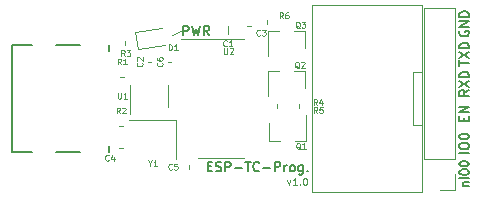
<source format=gto>
G04 #@! TF.GenerationSoftware,KiCad,Pcbnew,5.1.5-52549c5~84~ubuntu19.10.1*
G04 #@! TF.CreationDate,2020-03-14T21:45:10+01:00*
G04 #@! TF.ProjectId,ESP-TC-PROG,4553502d-5443-42d5-9052-4f472e6b6963,rev?*
G04 #@! TF.SameCoordinates,Original*
G04 #@! TF.FileFunction,Legend,Top*
G04 #@! TF.FilePolarity,Positive*
%FSLAX46Y46*%
G04 Gerber Fmt 4.6, Leading zero omitted, Abs format (unit mm)*
G04 Created by KiCad (PCBNEW 5.1.5-52549c5~84~ubuntu19.10.1) date 2020-03-14 21:45:10*
%MOMM*%
%LPD*%
G04 APERTURE LIST*
%ADD10C,0.120000*%
%ADD11C,0.150000*%
%ADD12C,0.130000*%
%ADD13C,0.100000*%
G04 APERTURE END LIST*
D10*
X122567857Y-106946428D02*
X122710714Y-107346428D01*
X122853571Y-106946428D01*
X123396428Y-107346428D02*
X123053571Y-107346428D01*
X123225000Y-107346428D02*
X123225000Y-106746428D01*
X123167857Y-106832142D01*
X123110714Y-106889285D01*
X123053571Y-106917857D01*
X123653571Y-107289285D02*
X123682142Y-107317857D01*
X123653571Y-107346428D01*
X123625000Y-107317857D01*
X123653571Y-107289285D01*
X123653571Y-107346428D01*
X124053571Y-106746428D02*
X124110714Y-106746428D01*
X124167857Y-106775000D01*
X124196428Y-106803571D01*
X124225000Y-106860714D01*
X124253571Y-106975000D01*
X124253571Y-107117857D01*
X124225000Y-107232142D01*
X124196428Y-107289285D01*
X124167857Y-107317857D01*
X124110714Y-107346428D01*
X124053571Y-107346428D01*
X123996428Y-107317857D01*
X123967857Y-107289285D01*
X123939285Y-107232142D01*
X123910714Y-107117857D01*
X123910714Y-106975000D01*
X123939285Y-106860714D01*
X123967857Y-106803571D01*
X123996428Y-106775000D01*
X124053571Y-106746428D01*
D11*
X115850476Y-105762857D02*
X116117142Y-105762857D01*
X116231428Y-106181904D02*
X115850476Y-106181904D01*
X115850476Y-105381904D01*
X116231428Y-105381904D01*
X116536190Y-106143809D02*
X116650476Y-106181904D01*
X116840952Y-106181904D01*
X116917142Y-106143809D01*
X116955238Y-106105714D01*
X116993333Y-106029523D01*
X116993333Y-105953333D01*
X116955238Y-105877142D01*
X116917142Y-105839047D01*
X116840952Y-105800952D01*
X116688571Y-105762857D01*
X116612380Y-105724761D01*
X116574285Y-105686666D01*
X116536190Y-105610476D01*
X116536190Y-105534285D01*
X116574285Y-105458095D01*
X116612380Y-105420000D01*
X116688571Y-105381904D01*
X116879047Y-105381904D01*
X116993333Y-105420000D01*
X117336190Y-106181904D02*
X117336190Y-105381904D01*
X117640952Y-105381904D01*
X117717142Y-105420000D01*
X117755238Y-105458095D01*
X117793333Y-105534285D01*
X117793333Y-105648571D01*
X117755238Y-105724761D01*
X117717142Y-105762857D01*
X117640952Y-105800952D01*
X117336190Y-105800952D01*
X118136190Y-105877142D02*
X118745714Y-105877142D01*
X119012380Y-105381904D02*
X119469523Y-105381904D01*
X119240952Y-106181904D02*
X119240952Y-105381904D01*
X120193333Y-106105714D02*
X120155238Y-106143809D01*
X120040952Y-106181904D01*
X119964761Y-106181904D01*
X119850476Y-106143809D01*
X119774285Y-106067619D01*
X119736190Y-105991428D01*
X119698095Y-105839047D01*
X119698095Y-105724761D01*
X119736190Y-105572380D01*
X119774285Y-105496190D01*
X119850476Y-105420000D01*
X119964761Y-105381904D01*
X120040952Y-105381904D01*
X120155238Y-105420000D01*
X120193333Y-105458095D01*
X120536190Y-105877142D02*
X121145714Y-105877142D01*
X121526666Y-106181904D02*
X121526666Y-105381904D01*
X121831428Y-105381904D01*
X121907619Y-105420000D01*
X121945714Y-105458095D01*
X121983809Y-105534285D01*
X121983809Y-105648571D01*
X121945714Y-105724761D01*
X121907619Y-105762857D01*
X121831428Y-105800952D01*
X121526666Y-105800952D01*
X122326666Y-106181904D02*
X122326666Y-105648571D01*
X122326666Y-105800952D02*
X122364761Y-105724761D01*
X122402857Y-105686666D01*
X122479047Y-105648571D01*
X122555238Y-105648571D01*
X122936190Y-106181904D02*
X122860000Y-106143809D01*
X122821904Y-106105714D01*
X122783809Y-106029523D01*
X122783809Y-105800952D01*
X122821904Y-105724761D01*
X122860000Y-105686666D01*
X122936190Y-105648571D01*
X123050476Y-105648571D01*
X123126666Y-105686666D01*
X123164761Y-105724761D01*
X123202857Y-105800952D01*
X123202857Y-106029523D01*
X123164761Y-106105714D01*
X123126666Y-106143809D01*
X123050476Y-106181904D01*
X122936190Y-106181904D01*
X123888571Y-105648571D02*
X123888571Y-106296190D01*
X123850476Y-106372380D01*
X123812380Y-106410476D01*
X123736190Y-106448571D01*
X123621904Y-106448571D01*
X123545714Y-106410476D01*
X123888571Y-106143809D02*
X123812380Y-106181904D01*
X123660000Y-106181904D01*
X123583809Y-106143809D01*
X123545714Y-106105714D01*
X123507619Y-106029523D01*
X123507619Y-105800952D01*
X123545714Y-105724761D01*
X123583809Y-105686666D01*
X123660000Y-105648571D01*
X123812380Y-105648571D01*
X123888571Y-105686666D01*
X124269523Y-106105714D02*
X124307619Y-106143809D01*
X124269523Y-106181904D01*
X124231428Y-106143809D01*
X124269523Y-106105714D01*
X124269523Y-106181904D01*
D12*
X137428571Y-107406666D02*
X137961904Y-107406666D01*
X137504761Y-107406666D02*
X137466666Y-107373333D01*
X137428571Y-107306666D01*
X137428571Y-107206666D01*
X137466666Y-107140000D01*
X137542857Y-107106666D01*
X137961904Y-107106666D01*
X137961904Y-106773333D02*
X137161904Y-106773333D01*
X137161904Y-106306666D02*
X137161904Y-106173333D01*
X137200000Y-106106666D01*
X137276190Y-106040000D01*
X137428571Y-106006666D01*
X137695238Y-106006666D01*
X137847619Y-106040000D01*
X137923809Y-106106666D01*
X137961904Y-106173333D01*
X137961904Y-106306666D01*
X137923809Y-106373333D01*
X137847619Y-106440000D01*
X137695238Y-106473333D01*
X137428571Y-106473333D01*
X137276190Y-106440000D01*
X137200000Y-106373333D01*
X137161904Y-106306666D01*
X137161904Y-105573333D02*
X137161904Y-105506666D01*
X137200000Y-105440000D01*
X137238095Y-105406666D01*
X137314285Y-105373333D01*
X137466666Y-105340000D01*
X137657142Y-105340000D01*
X137809523Y-105373333D01*
X137885714Y-105406666D01*
X137923809Y-105440000D01*
X137961904Y-105506666D01*
X137961904Y-105573333D01*
X137923809Y-105640000D01*
X137885714Y-105673333D01*
X137809523Y-105706666D01*
X137657142Y-105740000D01*
X137466666Y-105740000D01*
X137314285Y-105706666D01*
X137238095Y-105673333D01*
X137200000Y-105640000D01*
X137161904Y-105573333D01*
X137200000Y-94299523D02*
X137161904Y-94375714D01*
X137161904Y-94490000D01*
X137200000Y-94604285D01*
X137276190Y-94680476D01*
X137352380Y-94718571D01*
X137504761Y-94756666D01*
X137619047Y-94756666D01*
X137771428Y-94718571D01*
X137847619Y-94680476D01*
X137923809Y-94604285D01*
X137961904Y-94490000D01*
X137961904Y-94413809D01*
X137923809Y-94299523D01*
X137885714Y-94261428D01*
X137619047Y-94261428D01*
X137619047Y-94413809D01*
X137961904Y-93918571D02*
X137161904Y-93918571D01*
X137961904Y-93461428D01*
X137161904Y-93461428D01*
X137961904Y-93080476D02*
X137161904Y-93080476D01*
X137161904Y-92890000D01*
X137200000Y-92775714D01*
X137276190Y-92699523D01*
X137352380Y-92661428D01*
X137504761Y-92623333D01*
X137619047Y-92623333D01*
X137771428Y-92661428D01*
X137847619Y-92699523D01*
X137923809Y-92775714D01*
X137961904Y-92890000D01*
X137961904Y-93080476D01*
X137161904Y-97239523D02*
X137161904Y-96782380D01*
X137961904Y-97010952D02*
X137161904Y-97010952D01*
X137161904Y-96591904D02*
X137961904Y-96058571D01*
X137161904Y-96058571D02*
X137961904Y-96591904D01*
X137961904Y-95753809D02*
X137161904Y-95753809D01*
X137161904Y-95563333D01*
X137200000Y-95449047D01*
X137276190Y-95372857D01*
X137352380Y-95334761D01*
X137504761Y-95296666D01*
X137619047Y-95296666D01*
X137771428Y-95334761D01*
X137847619Y-95372857D01*
X137923809Y-95449047D01*
X137961904Y-95563333D01*
X137961904Y-95753809D01*
X137961904Y-99308333D02*
X137580952Y-99575000D01*
X137961904Y-99765476D02*
X137161904Y-99765476D01*
X137161904Y-99460714D01*
X137200000Y-99384523D01*
X137238095Y-99346428D01*
X137314285Y-99308333D01*
X137428571Y-99308333D01*
X137504761Y-99346428D01*
X137542857Y-99384523D01*
X137580952Y-99460714D01*
X137580952Y-99765476D01*
X137161904Y-99041666D02*
X137961904Y-98508333D01*
X137161904Y-98508333D02*
X137961904Y-99041666D01*
X137961904Y-98203571D02*
X137161904Y-98203571D01*
X137161904Y-98013095D01*
X137200000Y-97898809D01*
X137276190Y-97822619D01*
X137352380Y-97784523D01*
X137504761Y-97746428D01*
X137619047Y-97746428D01*
X137771428Y-97784523D01*
X137847619Y-97822619D01*
X137923809Y-97898809D01*
X137961904Y-98013095D01*
X137961904Y-98203571D01*
X137542857Y-101890476D02*
X137542857Y-101623809D01*
X137961904Y-101509523D02*
X137961904Y-101890476D01*
X137161904Y-101890476D01*
X137161904Y-101509523D01*
X137961904Y-101166666D02*
X137161904Y-101166666D01*
X137961904Y-100709523D01*
X137161904Y-100709523D01*
X137961904Y-104650000D02*
X137161904Y-104650000D01*
X137161904Y-104116666D02*
X137161904Y-103964285D01*
X137200000Y-103888095D01*
X137276190Y-103811904D01*
X137428571Y-103773809D01*
X137695238Y-103773809D01*
X137847619Y-103811904D01*
X137923809Y-103888095D01*
X137961904Y-103964285D01*
X137961904Y-104116666D01*
X137923809Y-104192857D01*
X137847619Y-104269047D01*
X137695238Y-104307142D01*
X137428571Y-104307142D01*
X137276190Y-104269047D01*
X137200000Y-104192857D01*
X137161904Y-104116666D01*
X137161904Y-103278571D02*
X137161904Y-103202380D01*
X137200000Y-103126190D01*
X137238095Y-103088095D01*
X137314285Y-103050000D01*
X137466666Y-103011904D01*
X137657142Y-103011904D01*
X137809523Y-103050000D01*
X137885714Y-103088095D01*
X137923809Y-103126190D01*
X137961904Y-103202380D01*
X137961904Y-103278571D01*
X137923809Y-103354761D01*
X137885714Y-103392857D01*
X137809523Y-103430952D01*
X137657142Y-103469047D01*
X137466666Y-103469047D01*
X137314285Y-103430952D01*
X137238095Y-103392857D01*
X137200000Y-103354761D01*
X137161904Y-103278571D01*
D10*
X113550000Y-94300000D02*
X112800000Y-94600000D01*
D11*
X113783333Y-94661904D02*
X113783333Y-93861904D01*
X114088095Y-93861904D01*
X114164285Y-93900000D01*
X114202380Y-93938095D01*
X114240476Y-94014285D01*
X114240476Y-94128571D01*
X114202380Y-94204761D01*
X114164285Y-94242857D01*
X114088095Y-94280952D01*
X113783333Y-94280952D01*
X114507142Y-93861904D02*
X114697619Y-94661904D01*
X114850000Y-94090476D01*
X115002380Y-94661904D01*
X115192857Y-93861904D01*
X115954761Y-94661904D02*
X115688095Y-94280952D01*
X115497619Y-94661904D02*
X115497619Y-93861904D01*
X115802380Y-93861904D01*
X115878571Y-93900000D01*
X115916666Y-93938095D01*
X115954761Y-94014285D01*
X115954761Y-94128571D01*
X115916666Y-94204761D01*
X115878571Y-94242857D01*
X115802380Y-94280952D01*
X115497619Y-94280952D01*
D10*
X124080000Y-94265000D02*
X124080000Y-95725000D01*
X120920000Y-94265000D02*
X120920000Y-96425000D01*
X120920000Y-94265000D02*
X121850000Y-94265000D01*
X124080000Y-94265000D02*
X123150000Y-94265000D01*
X134005000Y-107890000D02*
X124655000Y-107890000D01*
X134005000Y-92110000D02*
X134005000Y-107890000D01*
X124655000Y-92110000D02*
X134005000Y-92110000D01*
X124655000Y-107890000D02*
X124655000Y-92110000D01*
X134000000Y-102250000D02*
X133200000Y-102250000D01*
X133200000Y-102250000D02*
X133200000Y-97750000D01*
X133200000Y-97750000D02*
X134000000Y-97750000D01*
X136810000Y-107720000D02*
X135480000Y-107720000D01*
X136810000Y-106390000D02*
X136810000Y-107720000D01*
X136810000Y-105120000D02*
X134150000Y-105120000D01*
X134150000Y-105120000D02*
X134150000Y-92360000D01*
X136810000Y-105120000D02*
X136810000Y-92360000D01*
X136810000Y-92360000D02*
X134150000Y-92360000D01*
X113200000Y-101850000D02*
X109200000Y-101850000D01*
X113200000Y-105150000D02*
X113200000Y-101850000D01*
X117000000Y-94940000D02*
X113550000Y-94940000D01*
X117000000Y-94940000D02*
X118950000Y-94940000D01*
X117000000Y-105060000D02*
X115050000Y-105060000D01*
X117000000Y-105060000D02*
X118950000Y-105060000D01*
X109290000Y-98900000D02*
X109290000Y-101350000D01*
X112510000Y-100700000D02*
X112510000Y-98900000D01*
X120900000Y-93700000D02*
X120900000Y-93400000D01*
X121675000Y-100475000D02*
X121675000Y-100775000D01*
X123575000Y-100775000D02*
X123575000Y-100475000D01*
X108827829Y-95151648D02*
X108872171Y-95448352D01*
X108650000Y-102300000D02*
X108350000Y-102300000D01*
X108450000Y-98150000D02*
X108750000Y-98150000D01*
X124080000Y-97665000D02*
X124080000Y-99125000D01*
X120920000Y-97665000D02*
X120920000Y-99825000D01*
X120920000Y-97665000D02*
X121850000Y-97665000D01*
X124080000Y-97665000D02*
X123150000Y-97665000D01*
X121020000Y-103585000D02*
X121020000Y-102125000D01*
X124180000Y-103585000D02*
X124180000Y-101425000D01*
X124180000Y-103585000D02*
X123250000Y-103585000D01*
X121020000Y-103585000D02*
X121950000Y-103585000D01*
D11*
X107500000Y-104000000D02*
X107500000Y-104500000D01*
X107500000Y-95500000D02*
X107500000Y-96000000D01*
X105000000Y-95500000D02*
X103000000Y-95500000D01*
X103000000Y-104500000D02*
X105000000Y-104500000D01*
X101000000Y-104500000D02*
X99305000Y-104500000D01*
X99305000Y-95500000D02*
X101000000Y-95500000D01*
X99305000Y-104500000D02*
X99305000Y-95500000D01*
D10*
X109939951Y-95846424D02*
X112199853Y-95508679D01*
X109722672Y-94392570D02*
X109939951Y-95846424D01*
X111982573Y-94054826D02*
X109722672Y-94392570D01*
X112750000Y-96900000D02*
X112450000Y-96900000D01*
X114300000Y-105650000D02*
X114300000Y-105950000D01*
X108650000Y-104230000D02*
X108350000Y-104230000D01*
X119500000Y-93900000D02*
X119200000Y-93900000D01*
X111050000Y-96900000D02*
X110750000Y-96900000D01*
X117550000Y-93850000D02*
X117550000Y-94550000D01*
D13*
X123652380Y-94048809D02*
X123604761Y-94025000D01*
X123557142Y-93977380D01*
X123485714Y-93905952D01*
X123438095Y-93882142D01*
X123390476Y-93882142D01*
X123414285Y-94001190D02*
X123366666Y-93977380D01*
X123319047Y-93929761D01*
X123295238Y-93834523D01*
X123295238Y-93667857D01*
X123319047Y-93572619D01*
X123366666Y-93525000D01*
X123414285Y-93501190D01*
X123509523Y-93501190D01*
X123557142Y-93525000D01*
X123604761Y-93572619D01*
X123628571Y-93667857D01*
X123628571Y-93834523D01*
X123604761Y-93929761D01*
X123557142Y-93977380D01*
X123509523Y-94001190D01*
X123414285Y-94001190D01*
X123795238Y-93501190D02*
X124104761Y-93501190D01*
X123938095Y-93691666D01*
X124009523Y-93691666D01*
X124057142Y-93715476D01*
X124080952Y-93739285D01*
X124104761Y-93786904D01*
X124104761Y-93905952D01*
X124080952Y-93953571D01*
X124057142Y-93977380D01*
X124009523Y-94001190D01*
X123866666Y-94001190D01*
X123819047Y-93977380D01*
X123795238Y-93953571D01*
X110961904Y-105488095D02*
X110961904Y-105726190D01*
X110795238Y-105226190D02*
X110961904Y-105488095D01*
X111128571Y-105226190D01*
X111557142Y-105726190D02*
X111271428Y-105726190D01*
X111414285Y-105726190D02*
X111414285Y-105226190D01*
X111366666Y-105297619D01*
X111319047Y-105345238D01*
X111271428Y-105369047D01*
X117219047Y-95726190D02*
X117219047Y-96130952D01*
X117242857Y-96178571D01*
X117266666Y-96202380D01*
X117314285Y-96226190D01*
X117409523Y-96226190D01*
X117457142Y-96202380D01*
X117480952Y-96178571D01*
X117504761Y-96130952D01*
X117504761Y-95726190D01*
X117719047Y-95773809D02*
X117742857Y-95750000D01*
X117790476Y-95726190D01*
X117909523Y-95726190D01*
X117957142Y-95750000D01*
X117980952Y-95773809D01*
X118004761Y-95821428D01*
X118004761Y-95869047D01*
X117980952Y-95940476D01*
X117695238Y-96226190D01*
X118004761Y-96226190D01*
X108219047Y-99526190D02*
X108219047Y-99930952D01*
X108242857Y-99978571D01*
X108266666Y-100002380D01*
X108314285Y-100026190D01*
X108409523Y-100026190D01*
X108457142Y-100002380D01*
X108480952Y-99978571D01*
X108504761Y-99930952D01*
X108504761Y-99526190D01*
X109004761Y-100026190D02*
X108719047Y-100026190D01*
X108861904Y-100026190D02*
X108861904Y-99526190D01*
X108814285Y-99597619D01*
X108766666Y-99645238D01*
X108719047Y-99669047D01*
X122216666Y-93226190D02*
X122050000Y-92988095D01*
X121930952Y-93226190D02*
X121930952Y-92726190D01*
X122121428Y-92726190D01*
X122169047Y-92750000D01*
X122192857Y-92773809D01*
X122216666Y-92821428D01*
X122216666Y-92892857D01*
X122192857Y-92940476D01*
X122169047Y-92964285D01*
X122121428Y-92988095D01*
X121930952Y-92988095D01*
X122645238Y-92726190D02*
X122550000Y-92726190D01*
X122502380Y-92750000D01*
X122478571Y-92773809D01*
X122430952Y-92845238D01*
X122407142Y-92940476D01*
X122407142Y-93130952D01*
X122430952Y-93178571D01*
X122454761Y-93202380D01*
X122502380Y-93226190D01*
X122597619Y-93226190D01*
X122645238Y-93202380D01*
X122669047Y-93178571D01*
X122692857Y-93130952D01*
X122692857Y-93011904D01*
X122669047Y-92964285D01*
X122645238Y-92940476D01*
X122597619Y-92916666D01*
X122502380Y-92916666D01*
X122454761Y-92940476D01*
X122430952Y-92964285D01*
X122407142Y-93011904D01*
X125116666Y-101226190D02*
X124950000Y-100988095D01*
X124830952Y-101226190D02*
X124830952Y-100726190D01*
X125021428Y-100726190D01*
X125069047Y-100750000D01*
X125092857Y-100773809D01*
X125116666Y-100821428D01*
X125116666Y-100892857D01*
X125092857Y-100940476D01*
X125069047Y-100964285D01*
X125021428Y-100988095D01*
X124830952Y-100988095D01*
X125569047Y-100726190D02*
X125330952Y-100726190D01*
X125307142Y-100964285D01*
X125330952Y-100940476D01*
X125378571Y-100916666D01*
X125497619Y-100916666D01*
X125545238Y-100940476D01*
X125569047Y-100964285D01*
X125592857Y-101011904D01*
X125592857Y-101130952D01*
X125569047Y-101178571D01*
X125545238Y-101202380D01*
X125497619Y-101226190D01*
X125378571Y-101226190D01*
X125330952Y-101202380D01*
X125307142Y-101178571D01*
X125116666Y-100576190D02*
X124950000Y-100338095D01*
X124830952Y-100576190D02*
X124830952Y-100076190D01*
X125021428Y-100076190D01*
X125069047Y-100100000D01*
X125092857Y-100123809D01*
X125116666Y-100171428D01*
X125116666Y-100242857D01*
X125092857Y-100290476D01*
X125069047Y-100314285D01*
X125021428Y-100338095D01*
X124830952Y-100338095D01*
X125545238Y-100242857D02*
X125545238Y-100576190D01*
X125426190Y-100052380D02*
X125307142Y-100409523D01*
X125616666Y-100409523D01*
X108820626Y-96427610D02*
X108649830Y-96192460D01*
X108534956Y-96432596D02*
X108526229Y-95932672D01*
X108716677Y-95929348D01*
X108764704Y-95952323D01*
X108788925Y-95975713D01*
X108813562Y-96022910D01*
X108814809Y-96094327D01*
X108791834Y-96142355D01*
X108768444Y-96166576D01*
X108721248Y-96191213D01*
X108530800Y-96194537D01*
X108978542Y-95924777D02*
X109288018Y-95919375D01*
X109124701Y-96112731D01*
X109196119Y-96111485D01*
X109244146Y-96134460D01*
X109268368Y-96157850D01*
X109293005Y-96205046D01*
X109295082Y-96324076D01*
X109272107Y-96372103D01*
X109248717Y-96396324D01*
X109201521Y-96420961D01*
X109058685Y-96423455D01*
X109010658Y-96400480D01*
X108986437Y-96377089D01*
X108416666Y-101276190D02*
X108250000Y-101038095D01*
X108130952Y-101276190D02*
X108130952Y-100776190D01*
X108321428Y-100776190D01*
X108369047Y-100800000D01*
X108392857Y-100823809D01*
X108416666Y-100871428D01*
X108416666Y-100942857D01*
X108392857Y-100990476D01*
X108369047Y-101014285D01*
X108321428Y-101038095D01*
X108130952Y-101038095D01*
X108607142Y-100823809D02*
X108630952Y-100800000D01*
X108678571Y-100776190D01*
X108797619Y-100776190D01*
X108845238Y-100800000D01*
X108869047Y-100823809D01*
X108892857Y-100871428D01*
X108892857Y-100919047D01*
X108869047Y-100990476D01*
X108583333Y-101276190D01*
X108892857Y-101276190D01*
X108516666Y-97126190D02*
X108350000Y-96888095D01*
X108230952Y-97126190D02*
X108230952Y-96626190D01*
X108421428Y-96626190D01*
X108469047Y-96650000D01*
X108492857Y-96673809D01*
X108516666Y-96721428D01*
X108516666Y-96792857D01*
X108492857Y-96840476D01*
X108469047Y-96864285D01*
X108421428Y-96888095D01*
X108230952Y-96888095D01*
X108992857Y-97126190D02*
X108707142Y-97126190D01*
X108850000Y-97126190D02*
X108850000Y-96626190D01*
X108802380Y-96697619D01*
X108754761Y-96745238D01*
X108707142Y-96769047D01*
X123602380Y-97448809D02*
X123554761Y-97425000D01*
X123507142Y-97377380D01*
X123435714Y-97305952D01*
X123388095Y-97282142D01*
X123340476Y-97282142D01*
X123364285Y-97401190D02*
X123316666Y-97377380D01*
X123269047Y-97329761D01*
X123245238Y-97234523D01*
X123245238Y-97067857D01*
X123269047Y-96972619D01*
X123316666Y-96925000D01*
X123364285Y-96901190D01*
X123459523Y-96901190D01*
X123507142Y-96925000D01*
X123554761Y-96972619D01*
X123578571Y-97067857D01*
X123578571Y-97234523D01*
X123554761Y-97329761D01*
X123507142Y-97377380D01*
X123459523Y-97401190D01*
X123364285Y-97401190D01*
X123769047Y-96948809D02*
X123792857Y-96925000D01*
X123840476Y-96901190D01*
X123959523Y-96901190D01*
X124007142Y-96925000D01*
X124030952Y-96948809D01*
X124054761Y-96996428D01*
X124054761Y-97044047D01*
X124030952Y-97115476D01*
X123745238Y-97401190D01*
X124054761Y-97401190D01*
X123702380Y-104298809D02*
X123654761Y-104275000D01*
X123607142Y-104227380D01*
X123535714Y-104155952D01*
X123488095Y-104132142D01*
X123440476Y-104132142D01*
X123464285Y-104251190D02*
X123416666Y-104227380D01*
X123369047Y-104179761D01*
X123345238Y-104084523D01*
X123345238Y-103917857D01*
X123369047Y-103822619D01*
X123416666Y-103775000D01*
X123464285Y-103751190D01*
X123559523Y-103751190D01*
X123607142Y-103775000D01*
X123654761Y-103822619D01*
X123678571Y-103917857D01*
X123678571Y-104084523D01*
X123654761Y-104179761D01*
X123607142Y-104227380D01*
X123559523Y-104251190D01*
X123464285Y-104251190D01*
X124154761Y-104251190D02*
X123869047Y-104251190D01*
X124011904Y-104251190D02*
X124011904Y-103751190D01*
X123964285Y-103822619D01*
X123916666Y-103870238D01*
X123869047Y-103894047D01*
X112534956Y-95932596D02*
X112526229Y-95432672D01*
X112645259Y-95430595D01*
X112717092Y-95453154D01*
X112765535Y-95499935D01*
X112790172Y-95547131D01*
X112815640Y-95641939D01*
X112816887Y-95713357D01*
X112794743Y-95808996D01*
X112771768Y-95857023D01*
X112724987Y-95905466D01*
X112653985Y-95930519D01*
X112534956Y-95932596D01*
X113296744Y-95919299D02*
X113011074Y-95924286D01*
X113153909Y-95921792D02*
X113145183Y-95421869D01*
X113098818Y-95494117D01*
X113052037Y-95542560D01*
X113004841Y-95567197D01*
X111978571Y-96983333D02*
X112002380Y-97007142D01*
X112026190Y-97078571D01*
X112026190Y-97126190D01*
X112002380Y-97197619D01*
X111954761Y-97245238D01*
X111907142Y-97269047D01*
X111811904Y-97292857D01*
X111740476Y-97292857D01*
X111645238Y-97269047D01*
X111597619Y-97245238D01*
X111550000Y-97197619D01*
X111526190Y-97126190D01*
X111526190Y-97078571D01*
X111550000Y-97007142D01*
X111573809Y-96983333D01*
X111526190Y-96554761D02*
X111526190Y-96650000D01*
X111550000Y-96697619D01*
X111573809Y-96721428D01*
X111645238Y-96769047D01*
X111740476Y-96792857D01*
X111930952Y-96792857D01*
X111978571Y-96769047D01*
X112002380Y-96745238D01*
X112026190Y-96697619D01*
X112026190Y-96602380D01*
X112002380Y-96554761D01*
X111978571Y-96530952D01*
X111930952Y-96507142D01*
X111811904Y-96507142D01*
X111764285Y-96530952D01*
X111740476Y-96554761D01*
X111716666Y-96602380D01*
X111716666Y-96697619D01*
X111740476Y-96745238D01*
X111764285Y-96769047D01*
X111811904Y-96792857D01*
X112816666Y-105978571D02*
X112792857Y-106002380D01*
X112721428Y-106026190D01*
X112673809Y-106026190D01*
X112602380Y-106002380D01*
X112554761Y-105954761D01*
X112530952Y-105907142D01*
X112507142Y-105811904D01*
X112507142Y-105740476D01*
X112530952Y-105645238D01*
X112554761Y-105597619D01*
X112602380Y-105550000D01*
X112673809Y-105526190D01*
X112721428Y-105526190D01*
X112792857Y-105550000D01*
X112816666Y-105573809D01*
X113269047Y-105526190D02*
X113030952Y-105526190D01*
X113007142Y-105764285D01*
X113030952Y-105740476D01*
X113078571Y-105716666D01*
X113197619Y-105716666D01*
X113245238Y-105740476D01*
X113269047Y-105764285D01*
X113292857Y-105811904D01*
X113292857Y-105930952D01*
X113269047Y-105978571D01*
X113245238Y-106002380D01*
X113197619Y-106026190D01*
X113078571Y-106026190D01*
X113030952Y-106002380D01*
X113007142Y-105978571D01*
X107466666Y-105228571D02*
X107442857Y-105252380D01*
X107371428Y-105276190D01*
X107323809Y-105276190D01*
X107252380Y-105252380D01*
X107204761Y-105204761D01*
X107180952Y-105157142D01*
X107157142Y-105061904D01*
X107157142Y-104990476D01*
X107180952Y-104895238D01*
X107204761Y-104847619D01*
X107252380Y-104800000D01*
X107323809Y-104776190D01*
X107371428Y-104776190D01*
X107442857Y-104800000D01*
X107466666Y-104823809D01*
X107895238Y-104942857D02*
X107895238Y-105276190D01*
X107776190Y-104752380D02*
X107657142Y-105109523D01*
X107966666Y-105109523D01*
X120266666Y-94628571D02*
X120242857Y-94652380D01*
X120171428Y-94676190D01*
X120123809Y-94676190D01*
X120052380Y-94652380D01*
X120004761Y-94604761D01*
X119980952Y-94557142D01*
X119957142Y-94461904D01*
X119957142Y-94390476D01*
X119980952Y-94295238D01*
X120004761Y-94247619D01*
X120052380Y-94200000D01*
X120123809Y-94176190D01*
X120171428Y-94176190D01*
X120242857Y-94200000D01*
X120266666Y-94223809D01*
X120433333Y-94176190D02*
X120742857Y-94176190D01*
X120576190Y-94366666D01*
X120647619Y-94366666D01*
X120695238Y-94390476D01*
X120719047Y-94414285D01*
X120742857Y-94461904D01*
X120742857Y-94580952D01*
X120719047Y-94628571D01*
X120695238Y-94652380D01*
X120647619Y-94676190D01*
X120504761Y-94676190D01*
X120457142Y-94652380D01*
X120433333Y-94628571D01*
X110278571Y-96983333D02*
X110302380Y-97007142D01*
X110326190Y-97078571D01*
X110326190Y-97126190D01*
X110302380Y-97197619D01*
X110254761Y-97245238D01*
X110207142Y-97269047D01*
X110111904Y-97292857D01*
X110040476Y-97292857D01*
X109945238Y-97269047D01*
X109897619Y-97245238D01*
X109850000Y-97197619D01*
X109826190Y-97126190D01*
X109826190Y-97078571D01*
X109850000Y-97007142D01*
X109873809Y-96983333D01*
X109873809Y-96792857D02*
X109850000Y-96769047D01*
X109826190Y-96721428D01*
X109826190Y-96602380D01*
X109850000Y-96554761D01*
X109873809Y-96530952D01*
X109921428Y-96507142D01*
X109969047Y-96507142D01*
X110040476Y-96530952D01*
X110326190Y-96816666D01*
X110326190Y-96507142D01*
X117466666Y-95528571D02*
X117442857Y-95552380D01*
X117371428Y-95576190D01*
X117323809Y-95576190D01*
X117252380Y-95552380D01*
X117204761Y-95504761D01*
X117180952Y-95457142D01*
X117157142Y-95361904D01*
X117157142Y-95290476D01*
X117180952Y-95195238D01*
X117204761Y-95147619D01*
X117252380Y-95100000D01*
X117323809Y-95076190D01*
X117371428Y-95076190D01*
X117442857Y-95100000D01*
X117466666Y-95123809D01*
X117942857Y-95576190D02*
X117657142Y-95576190D01*
X117800000Y-95576190D02*
X117800000Y-95076190D01*
X117752380Y-95147619D01*
X117704761Y-95195238D01*
X117657142Y-95219047D01*
M02*

</source>
